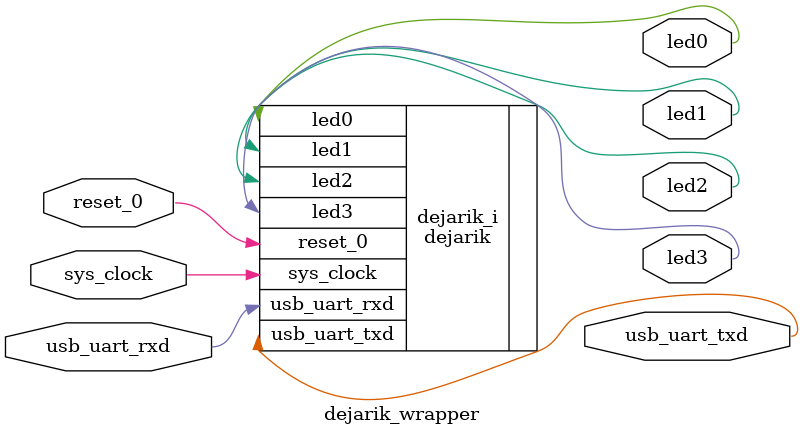
<source format=v>
`timescale 1 ps / 1 ps

module dejarik_wrapper
   (led0,
    led1,
    led2,
    led3,
    reset_0,
    sys_clock,
    usb_uart_rxd,
    usb_uart_txd);
  output led0;
  output led1;
  output led2;
  output led3;
  input reset_0;
  input sys_clock;
  input usb_uart_rxd;
  output usb_uart_txd;

  wire led0;
  wire led1;
  wire led2;
  wire led3;
  wire reset_0;
  wire sys_clock;
  wire usb_uart_rxd;
  wire usb_uart_txd;

  dejarik dejarik_i
       (.led0(led0),
        .led1(led1),
        .led2(led2),
        .led3(led3),
        .reset_0(reset_0),
        .sys_clock(sys_clock),
        .usb_uart_rxd(usb_uart_rxd),
        .usb_uart_txd(usb_uart_txd));
endmodule

</source>
